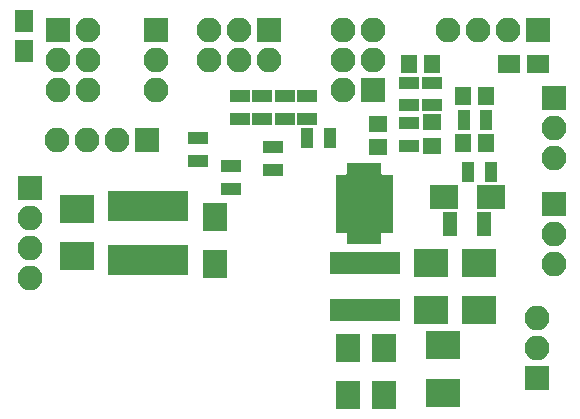
<source format=gts>
G04 #@! TF.FileFunction,Soldermask,Top*
%FSLAX46Y46*%
G04 Gerber Fmt 4.6, Leading zero omitted, Abs format (unit mm)*
G04 Created by KiCad (PCBNEW 4.0.7) date Sat Nov 18 23:45:17 2017*
%MOMM*%
%LPD*%
G01*
G04 APERTURE LIST*
%ADD10C,0.100000*%
%ADD11R,6.900000X2.500000*%
%ADD12R,2.000000X2.400000*%
%ADD13R,2.900000X2.400000*%
%ADD14R,2.400000X2.000000*%
%ADD15R,2.100000X2.100000*%
%ADD16O,2.100000X2.100000*%
%ADD17R,5.900000X1.830000*%
%ADD18R,1.100000X0.600000*%
%ADD19R,0.600000X1.100000*%
%ADD20R,1.725000X1.562500*%
%ADD21R,1.400000X1.650000*%
%ADD22R,1.650000X1.400000*%
%ADD23R,1.700000X1.100000*%
%ADD24R,1.100000X1.700000*%
%ADD25R,1.300000X2.100000*%
%ADD26R,1.650000X1.900000*%
%ADD27R,1.900000X1.650000*%
G04 APERTURE END LIST*
D10*
D11*
X27368500Y-37871400D03*
X27368500Y-33271400D03*
D12*
X33020000Y-38251900D03*
X33020000Y-34251900D03*
D13*
X21336000Y-37585400D03*
X21336000Y-33585400D03*
D14*
X52387500Y-32537400D03*
X56387500Y-32537400D03*
D13*
X52324000Y-45111000D03*
X52324000Y-49111000D03*
X55372000Y-42125900D03*
X55372000Y-38125900D03*
X51308000Y-42125900D03*
X51308000Y-38125900D03*
D12*
X47307500Y-45301400D03*
X47307500Y-49301400D03*
X44259500Y-45301400D03*
X44259500Y-49301400D03*
D15*
X28067000Y-18440400D03*
D16*
X28067000Y-20980400D03*
X28067000Y-23520400D03*
D15*
X37592000Y-18440400D03*
D16*
X37592000Y-20980400D03*
X35052000Y-18440400D03*
X35052000Y-20980400D03*
X32512000Y-18440400D03*
X32512000Y-20980400D03*
D15*
X61772800Y-33185200D03*
D16*
X61772800Y-35725200D03*
X61772800Y-38265200D03*
D15*
X46418500Y-23520400D03*
D16*
X43878500Y-23520400D03*
X46418500Y-20980400D03*
X43878500Y-20980400D03*
X46418500Y-18440400D03*
X43878500Y-18440400D03*
D15*
X27305000Y-27711400D03*
D16*
X24765000Y-27711400D03*
X22225000Y-27711400D03*
X19685000Y-27711400D03*
D15*
X61772800Y-24142800D03*
D16*
X61772800Y-26682800D03*
X61772800Y-29222800D03*
D17*
X45732700Y-38125400D03*
X45732700Y-42125400D03*
D18*
X43756500Y-30921600D03*
X43756500Y-31321600D03*
X43756500Y-31721600D03*
X43756500Y-32121600D03*
X43756500Y-32521600D03*
X43756500Y-32921600D03*
X43756500Y-33321600D03*
X43756500Y-33721600D03*
X43756500Y-34121600D03*
X43756500Y-34521600D03*
X43756500Y-34921600D03*
X43756500Y-35321600D03*
D19*
X44456500Y-36021600D03*
X44856500Y-36021600D03*
X45256500Y-36021600D03*
X45656500Y-36021600D03*
X46056500Y-36021600D03*
X46456500Y-36021600D03*
X46856500Y-36021600D03*
D18*
X47556500Y-35321600D03*
X47556500Y-34921600D03*
X47556500Y-34521600D03*
X47556500Y-34121600D03*
X47556500Y-33721600D03*
X47556500Y-33321600D03*
X47556500Y-32921600D03*
X47556500Y-32521600D03*
X47556500Y-32121600D03*
X47556500Y-31721600D03*
X47556500Y-31321600D03*
X47556500Y-30921600D03*
D19*
X46856500Y-30221600D03*
X46456500Y-30221600D03*
X46056500Y-30221600D03*
X45656500Y-30221600D03*
X45256500Y-30221600D03*
X44856500Y-30221600D03*
X44456500Y-30221600D03*
D20*
X46319000Y-34865350D03*
X46319000Y-33702850D03*
X46319000Y-32540350D03*
X46319000Y-31377850D03*
X44994000Y-34865350D03*
X44994000Y-33702850D03*
X44994000Y-32540350D03*
X44994000Y-31377850D03*
D15*
X60325000Y-47904400D03*
D16*
X60325000Y-45364400D03*
X60325000Y-42824400D03*
D21*
X54007000Y-24028400D03*
X56007000Y-24028400D03*
X51435000Y-21297900D03*
X49435000Y-21297900D03*
D22*
X51435000Y-28219400D03*
X51435000Y-26219400D03*
X46863000Y-26346400D03*
X46863000Y-28346400D03*
D23*
X37973000Y-28346400D03*
X37973000Y-30246400D03*
X31559500Y-27589400D03*
X31559500Y-29489400D03*
D24*
X42735500Y-27584400D03*
X40835500Y-27584400D03*
D23*
X38925500Y-25928400D03*
X38925500Y-24028400D03*
X34353500Y-29933900D03*
X34353500Y-31833900D03*
D24*
X56004500Y-25996900D03*
X54104500Y-25996900D03*
D23*
X37020500Y-24028400D03*
X37020500Y-25928400D03*
X35115500Y-25930900D03*
X35115500Y-24030900D03*
D24*
X54485500Y-30441900D03*
X56385500Y-30441900D03*
D25*
X55838000Y-34823400D03*
X52938000Y-34823400D03*
D23*
X40830500Y-25928400D03*
X40830500Y-24028400D03*
X49466500Y-28219400D03*
X49466500Y-26319400D03*
X49466500Y-22890400D03*
X49466500Y-24790400D03*
X51435000Y-24787900D03*
X51435000Y-22887900D03*
D21*
X54007000Y-27965400D03*
X56007000Y-27965400D03*
D15*
X19748500Y-18440400D03*
D16*
X22288500Y-18440400D03*
X19748500Y-20980400D03*
X22288500Y-20980400D03*
X19748500Y-23520400D03*
X22288500Y-23520400D03*
D26*
X16827500Y-17654900D03*
X16827500Y-20154900D03*
D15*
X17399000Y-31775400D03*
D16*
X17399000Y-34315400D03*
X17399000Y-36855400D03*
X17399000Y-39395400D03*
D15*
X60401200Y-18453200D03*
D16*
X57861200Y-18453200D03*
X55321200Y-18453200D03*
X52781200Y-18453200D03*
D27*
X60401200Y-21298000D03*
X57901200Y-21298000D03*
M02*

</source>
